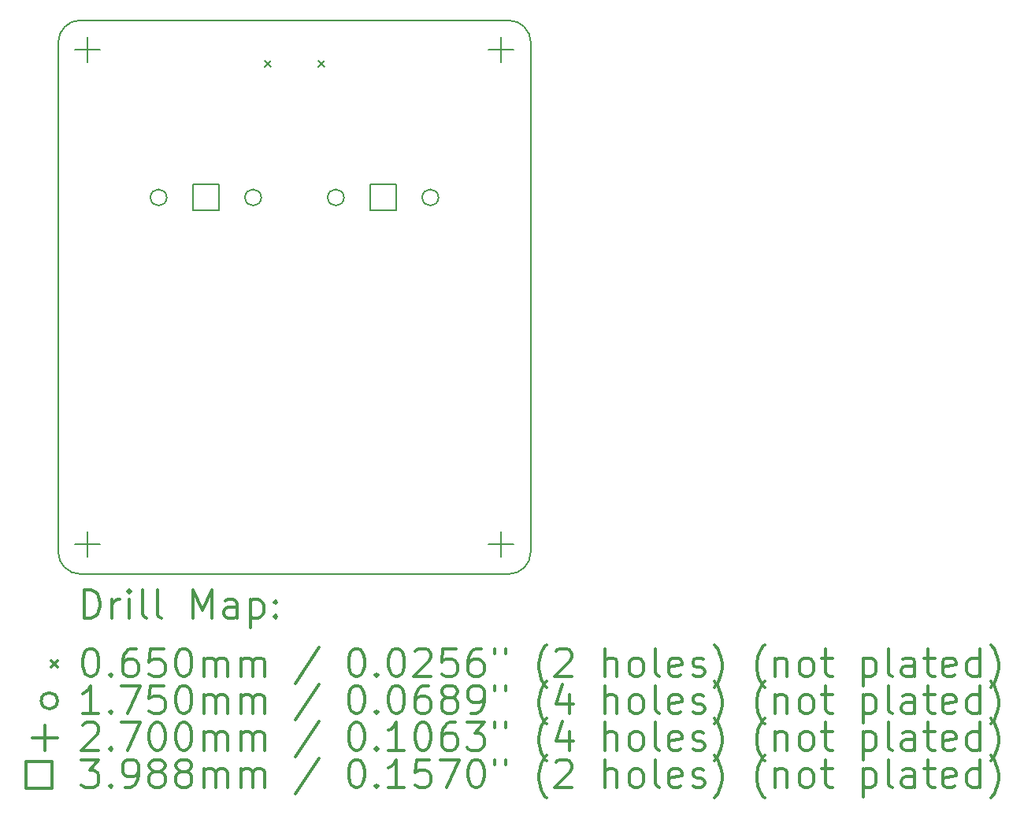
<source format=gbr>
%FSLAX45Y45*%
G04 Gerber Fmt 4.5, Leading zero omitted, Abs format (unit mm)*
G04 Created by KiCad (PCBNEW (5.1.10)-1) date 2021-06-04 02:47:10*
%MOMM*%
%LPD*%
G01*
G04 APERTURE LIST*
%TA.AperFunction,Profile*%
%ADD10C,0.150000*%
%TD*%
%ADD11C,0.200000*%
%ADD12C,0.300000*%
G04 APERTURE END LIST*
D10*
X11588750Y-9525000D02*
X11588750Y-4048125D01*
X6508750Y-4048125D02*
X6508750Y-9525000D01*
X11350625Y-9763125D02*
X6746875Y-9763125D01*
X11588750Y-9525000D02*
G75*
G02*
X11350625Y-9763125I-238125J0D01*
G01*
X6746875Y-9763125D02*
G75*
G02*
X6508750Y-9525000I0J238125D01*
G01*
X11350625Y-3810000D02*
X6746875Y-3810000D01*
X6508750Y-4048125D02*
G75*
G02*
X6746875Y-3810000I238125J0D01*
G01*
X11350625Y-3810000D02*
G75*
G02*
X11588750Y-4048125I0J-238125D01*
G01*
D11*
X8727250Y-4243750D02*
X8792250Y-4308750D01*
X8792250Y-4243750D02*
X8727250Y-4308750D01*
X9305250Y-4243750D02*
X9370250Y-4308750D01*
X9370250Y-4243750D02*
X9305250Y-4308750D01*
X7675750Y-5715000D02*
G75*
G03*
X7675750Y-5715000I-87500J0D01*
G01*
X8691750Y-5715000D02*
G75*
G03*
X8691750Y-5715000I-87500J0D01*
G01*
X9580750Y-5715000D02*
G75*
G03*
X9580750Y-5715000I-87500J0D01*
G01*
X10596750Y-5715000D02*
G75*
G03*
X10596750Y-5715000I-87500J0D01*
G01*
X6826250Y-3992500D02*
X6826250Y-4262500D01*
X6691250Y-4127500D02*
X6961250Y-4127500D01*
X6826250Y-9310625D02*
X6826250Y-9580625D01*
X6691250Y-9445625D02*
X6961250Y-9445625D01*
X11271250Y-3992500D02*
X11271250Y-4262500D01*
X11136250Y-4127500D02*
X11406250Y-4127500D01*
X11271250Y-9310625D02*
X11271250Y-9580625D01*
X11136250Y-9445625D02*
X11406250Y-9445625D01*
X8237241Y-5855991D02*
X8237241Y-5574009D01*
X7955259Y-5574009D01*
X7955259Y-5855991D01*
X8237241Y-5855991D01*
X10142241Y-5855991D02*
X10142241Y-5574009D01*
X9860259Y-5574009D01*
X9860259Y-5855991D01*
X10142241Y-5855991D01*
D12*
X6787678Y-10236339D02*
X6787678Y-9936339D01*
X6859107Y-9936339D01*
X6901964Y-9950625D01*
X6930536Y-9979197D01*
X6944821Y-10007768D01*
X6959107Y-10064911D01*
X6959107Y-10107768D01*
X6944821Y-10164911D01*
X6930536Y-10193482D01*
X6901964Y-10222054D01*
X6859107Y-10236339D01*
X6787678Y-10236339D01*
X7087678Y-10236339D02*
X7087678Y-10036339D01*
X7087678Y-10093482D02*
X7101964Y-10064911D01*
X7116250Y-10050625D01*
X7144821Y-10036339D01*
X7173393Y-10036339D01*
X7273393Y-10236339D02*
X7273393Y-10036339D01*
X7273393Y-9936339D02*
X7259107Y-9950625D01*
X7273393Y-9964911D01*
X7287678Y-9950625D01*
X7273393Y-9936339D01*
X7273393Y-9964911D01*
X7459107Y-10236339D02*
X7430536Y-10222054D01*
X7416250Y-10193482D01*
X7416250Y-9936339D01*
X7616250Y-10236339D02*
X7587678Y-10222054D01*
X7573393Y-10193482D01*
X7573393Y-9936339D01*
X7959107Y-10236339D02*
X7959107Y-9936339D01*
X8059107Y-10150625D01*
X8159107Y-9936339D01*
X8159107Y-10236339D01*
X8430536Y-10236339D02*
X8430536Y-10079197D01*
X8416250Y-10050625D01*
X8387678Y-10036339D01*
X8330536Y-10036339D01*
X8301964Y-10050625D01*
X8430536Y-10222054D02*
X8401964Y-10236339D01*
X8330536Y-10236339D01*
X8301964Y-10222054D01*
X8287678Y-10193482D01*
X8287678Y-10164911D01*
X8301964Y-10136339D01*
X8330536Y-10122054D01*
X8401964Y-10122054D01*
X8430536Y-10107768D01*
X8573393Y-10036339D02*
X8573393Y-10336339D01*
X8573393Y-10050625D02*
X8601964Y-10036339D01*
X8659107Y-10036339D01*
X8687678Y-10050625D01*
X8701964Y-10064911D01*
X8716250Y-10093482D01*
X8716250Y-10179197D01*
X8701964Y-10207768D01*
X8687678Y-10222054D01*
X8659107Y-10236339D01*
X8601964Y-10236339D01*
X8573393Y-10222054D01*
X8844821Y-10207768D02*
X8859107Y-10222054D01*
X8844821Y-10236339D01*
X8830536Y-10222054D01*
X8844821Y-10207768D01*
X8844821Y-10236339D01*
X8844821Y-10050625D02*
X8859107Y-10064911D01*
X8844821Y-10079197D01*
X8830536Y-10064911D01*
X8844821Y-10050625D01*
X8844821Y-10079197D01*
X6436250Y-10698125D02*
X6501250Y-10763125D01*
X6501250Y-10698125D02*
X6436250Y-10763125D01*
X6844821Y-10566339D02*
X6873393Y-10566339D01*
X6901964Y-10580625D01*
X6916250Y-10594911D01*
X6930536Y-10623482D01*
X6944821Y-10680625D01*
X6944821Y-10752054D01*
X6930536Y-10809197D01*
X6916250Y-10837768D01*
X6901964Y-10852054D01*
X6873393Y-10866339D01*
X6844821Y-10866339D01*
X6816250Y-10852054D01*
X6801964Y-10837768D01*
X6787678Y-10809197D01*
X6773393Y-10752054D01*
X6773393Y-10680625D01*
X6787678Y-10623482D01*
X6801964Y-10594911D01*
X6816250Y-10580625D01*
X6844821Y-10566339D01*
X7073393Y-10837768D02*
X7087678Y-10852054D01*
X7073393Y-10866339D01*
X7059107Y-10852054D01*
X7073393Y-10837768D01*
X7073393Y-10866339D01*
X7344821Y-10566339D02*
X7287678Y-10566339D01*
X7259107Y-10580625D01*
X7244821Y-10594911D01*
X7216250Y-10637768D01*
X7201964Y-10694911D01*
X7201964Y-10809197D01*
X7216250Y-10837768D01*
X7230536Y-10852054D01*
X7259107Y-10866339D01*
X7316250Y-10866339D01*
X7344821Y-10852054D01*
X7359107Y-10837768D01*
X7373393Y-10809197D01*
X7373393Y-10737768D01*
X7359107Y-10709197D01*
X7344821Y-10694911D01*
X7316250Y-10680625D01*
X7259107Y-10680625D01*
X7230536Y-10694911D01*
X7216250Y-10709197D01*
X7201964Y-10737768D01*
X7644821Y-10566339D02*
X7501964Y-10566339D01*
X7487678Y-10709197D01*
X7501964Y-10694911D01*
X7530536Y-10680625D01*
X7601964Y-10680625D01*
X7630536Y-10694911D01*
X7644821Y-10709197D01*
X7659107Y-10737768D01*
X7659107Y-10809197D01*
X7644821Y-10837768D01*
X7630536Y-10852054D01*
X7601964Y-10866339D01*
X7530536Y-10866339D01*
X7501964Y-10852054D01*
X7487678Y-10837768D01*
X7844821Y-10566339D02*
X7873393Y-10566339D01*
X7901964Y-10580625D01*
X7916250Y-10594911D01*
X7930536Y-10623482D01*
X7944821Y-10680625D01*
X7944821Y-10752054D01*
X7930536Y-10809197D01*
X7916250Y-10837768D01*
X7901964Y-10852054D01*
X7873393Y-10866339D01*
X7844821Y-10866339D01*
X7816250Y-10852054D01*
X7801964Y-10837768D01*
X7787678Y-10809197D01*
X7773393Y-10752054D01*
X7773393Y-10680625D01*
X7787678Y-10623482D01*
X7801964Y-10594911D01*
X7816250Y-10580625D01*
X7844821Y-10566339D01*
X8073393Y-10866339D02*
X8073393Y-10666339D01*
X8073393Y-10694911D02*
X8087678Y-10680625D01*
X8116250Y-10666339D01*
X8159107Y-10666339D01*
X8187678Y-10680625D01*
X8201964Y-10709197D01*
X8201964Y-10866339D01*
X8201964Y-10709197D02*
X8216250Y-10680625D01*
X8244821Y-10666339D01*
X8287678Y-10666339D01*
X8316250Y-10680625D01*
X8330536Y-10709197D01*
X8330536Y-10866339D01*
X8473393Y-10866339D02*
X8473393Y-10666339D01*
X8473393Y-10694911D02*
X8487678Y-10680625D01*
X8516250Y-10666339D01*
X8559107Y-10666339D01*
X8587678Y-10680625D01*
X8601964Y-10709197D01*
X8601964Y-10866339D01*
X8601964Y-10709197D02*
X8616250Y-10680625D01*
X8644821Y-10666339D01*
X8687678Y-10666339D01*
X8716250Y-10680625D01*
X8730536Y-10709197D01*
X8730536Y-10866339D01*
X9316250Y-10552054D02*
X9059107Y-10937768D01*
X9701964Y-10566339D02*
X9730536Y-10566339D01*
X9759107Y-10580625D01*
X9773393Y-10594911D01*
X9787678Y-10623482D01*
X9801964Y-10680625D01*
X9801964Y-10752054D01*
X9787678Y-10809197D01*
X9773393Y-10837768D01*
X9759107Y-10852054D01*
X9730536Y-10866339D01*
X9701964Y-10866339D01*
X9673393Y-10852054D01*
X9659107Y-10837768D01*
X9644821Y-10809197D01*
X9630536Y-10752054D01*
X9630536Y-10680625D01*
X9644821Y-10623482D01*
X9659107Y-10594911D01*
X9673393Y-10580625D01*
X9701964Y-10566339D01*
X9930536Y-10837768D02*
X9944821Y-10852054D01*
X9930536Y-10866339D01*
X9916250Y-10852054D01*
X9930536Y-10837768D01*
X9930536Y-10866339D01*
X10130536Y-10566339D02*
X10159107Y-10566339D01*
X10187678Y-10580625D01*
X10201964Y-10594911D01*
X10216250Y-10623482D01*
X10230536Y-10680625D01*
X10230536Y-10752054D01*
X10216250Y-10809197D01*
X10201964Y-10837768D01*
X10187678Y-10852054D01*
X10159107Y-10866339D01*
X10130536Y-10866339D01*
X10101964Y-10852054D01*
X10087678Y-10837768D01*
X10073393Y-10809197D01*
X10059107Y-10752054D01*
X10059107Y-10680625D01*
X10073393Y-10623482D01*
X10087678Y-10594911D01*
X10101964Y-10580625D01*
X10130536Y-10566339D01*
X10344821Y-10594911D02*
X10359107Y-10580625D01*
X10387678Y-10566339D01*
X10459107Y-10566339D01*
X10487678Y-10580625D01*
X10501964Y-10594911D01*
X10516250Y-10623482D01*
X10516250Y-10652054D01*
X10501964Y-10694911D01*
X10330536Y-10866339D01*
X10516250Y-10866339D01*
X10787678Y-10566339D02*
X10644821Y-10566339D01*
X10630536Y-10709197D01*
X10644821Y-10694911D01*
X10673393Y-10680625D01*
X10744821Y-10680625D01*
X10773393Y-10694911D01*
X10787678Y-10709197D01*
X10801964Y-10737768D01*
X10801964Y-10809197D01*
X10787678Y-10837768D01*
X10773393Y-10852054D01*
X10744821Y-10866339D01*
X10673393Y-10866339D01*
X10644821Y-10852054D01*
X10630536Y-10837768D01*
X11059107Y-10566339D02*
X11001964Y-10566339D01*
X10973393Y-10580625D01*
X10959107Y-10594911D01*
X10930536Y-10637768D01*
X10916250Y-10694911D01*
X10916250Y-10809197D01*
X10930536Y-10837768D01*
X10944821Y-10852054D01*
X10973393Y-10866339D01*
X11030536Y-10866339D01*
X11059107Y-10852054D01*
X11073393Y-10837768D01*
X11087678Y-10809197D01*
X11087678Y-10737768D01*
X11073393Y-10709197D01*
X11059107Y-10694911D01*
X11030536Y-10680625D01*
X10973393Y-10680625D01*
X10944821Y-10694911D01*
X10930536Y-10709197D01*
X10916250Y-10737768D01*
X11201964Y-10566339D02*
X11201964Y-10623482D01*
X11316250Y-10566339D02*
X11316250Y-10623482D01*
X11759107Y-10980625D02*
X11744821Y-10966339D01*
X11716250Y-10923482D01*
X11701964Y-10894911D01*
X11687678Y-10852054D01*
X11673393Y-10780625D01*
X11673393Y-10723482D01*
X11687678Y-10652054D01*
X11701964Y-10609197D01*
X11716250Y-10580625D01*
X11744821Y-10537768D01*
X11759107Y-10523482D01*
X11859107Y-10594911D02*
X11873393Y-10580625D01*
X11901964Y-10566339D01*
X11973393Y-10566339D01*
X12001964Y-10580625D01*
X12016250Y-10594911D01*
X12030536Y-10623482D01*
X12030536Y-10652054D01*
X12016250Y-10694911D01*
X11844821Y-10866339D01*
X12030536Y-10866339D01*
X12387678Y-10866339D02*
X12387678Y-10566339D01*
X12516250Y-10866339D02*
X12516250Y-10709197D01*
X12501964Y-10680625D01*
X12473393Y-10666339D01*
X12430536Y-10666339D01*
X12401964Y-10680625D01*
X12387678Y-10694911D01*
X12701964Y-10866339D02*
X12673393Y-10852054D01*
X12659107Y-10837768D01*
X12644821Y-10809197D01*
X12644821Y-10723482D01*
X12659107Y-10694911D01*
X12673393Y-10680625D01*
X12701964Y-10666339D01*
X12744821Y-10666339D01*
X12773393Y-10680625D01*
X12787678Y-10694911D01*
X12801964Y-10723482D01*
X12801964Y-10809197D01*
X12787678Y-10837768D01*
X12773393Y-10852054D01*
X12744821Y-10866339D01*
X12701964Y-10866339D01*
X12973393Y-10866339D02*
X12944821Y-10852054D01*
X12930536Y-10823482D01*
X12930536Y-10566339D01*
X13201964Y-10852054D02*
X13173393Y-10866339D01*
X13116250Y-10866339D01*
X13087678Y-10852054D01*
X13073393Y-10823482D01*
X13073393Y-10709197D01*
X13087678Y-10680625D01*
X13116250Y-10666339D01*
X13173393Y-10666339D01*
X13201964Y-10680625D01*
X13216250Y-10709197D01*
X13216250Y-10737768D01*
X13073393Y-10766339D01*
X13330536Y-10852054D02*
X13359107Y-10866339D01*
X13416250Y-10866339D01*
X13444821Y-10852054D01*
X13459107Y-10823482D01*
X13459107Y-10809197D01*
X13444821Y-10780625D01*
X13416250Y-10766339D01*
X13373393Y-10766339D01*
X13344821Y-10752054D01*
X13330536Y-10723482D01*
X13330536Y-10709197D01*
X13344821Y-10680625D01*
X13373393Y-10666339D01*
X13416250Y-10666339D01*
X13444821Y-10680625D01*
X13559107Y-10980625D02*
X13573393Y-10966339D01*
X13601964Y-10923482D01*
X13616250Y-10894911D01*
X13630536Y-10852054D01*
X13644821Y-10780625D01*
X13644821Y-10723482D01*
X13630536Y-10652054D01*
X13616250Y-10609197D01*
X13601964Y-10580625D01*
X13573393Y-10537768D01*
X13559107Y-10523482D01*
X14101964Y-10980625D02*
X14087678Y-10966339D01*
X14059107Y-10923482D01*
X14044821Y-10894911D01*
X14030536Y-10852054D01*
X14016250Y-10780625D01*
X14016250Y-10723482D01*
X14030536Y-10652054D01*
X14044821Y-10609197D01*
X14059107Y-10580625D01*
X14087678Y-10537768D01*
X14101964Y-10523482D01*
X14216250Y-10666339D02*
X14216250Y-10866339D01*
X14216250Y-10694911D02*
X14230536Y-10680625D01*
X14259107Y-10666339D01*
X14301964Y-10666339D01*
X14330536Y-10680625D01*
X14344821Y-10709197D01*
X14344821Y-10866339D01*
X14530536Y-10866339D02*
X14501964Y-10852054D01*
X14487678Y-10837768D01*
X14473393Y-10809197D01*
X14473393Y-10723482D01*
X14487678Y-10694911D01*
X14501964Y-10680625D01*
X14530536Y-10666339D01*
X14573393Y-10666339D01*
X14601964Y-10680625D01*
X14616250Y-10694911D01*
X14630536Y-10723482D01*
X14630536Y-10809197D01*
X14616250Y-10837768D01*
X14601964Y-10852054D01*
X14573393Y-10866339D01*
X14530536Y-10866339D01*
X14716250Y-10666339D02*
X14830536Y-10666339D01*
X14759107Y-10566339D02*
X14759107Y-10823482D01*
X14773393Y-10852054D01*
X14801964Y-10866339D01*
X14830536Y-10866339D01*
X15159107Y-10666339D02*
X15159107Y-10966339D01*
X15159107Y-10680625D02*
X15187678Y-10666339D01*
X15244821Y-10666339D01*
X15273393Y-10680625D01*
X15287678Y-10694911D01*
X15301964Y-10723482D01*
X15301964Y-10809197D01*
X15287678Y-10837768D01*
X15273393Y-10852054D01*
X15244821Y-10866339D01*
X15187678Y-10866339D01*
X15159107Y-10852054D01*
X15473393Y-10866339D02*
X15444821Y-10852054D01*
X15430536Y-10823482D01*
X15430536Y-10566339D01*
X15716250Y-10866339D02*
X15716250Y-10709197D01*
X15701964Y-10680625D01*
X15673393Y-10666339D01*
X15616250Y-10666339D01*
X15587678Y-10680625D01*
X15716250Y-10852054D02*
X15687678Y-10866339D01*
X15616250Y-10866339D01*
X15587678Y-10852054D01*
X15573393Y-10823482D01*
X15573393Y-10794911D01*
X15587678Y-10766339D01*
X15616250Y-10752054D01*
X15687678Y-10752054D01*
X15716250Y-10737768D01*
X15816250Y-10666339D02*
X15930536Y-10666339D01*
X15859107Y-10566339D02*
X15859107Y-10823482D01*
X15873393Y-10852054D01*
X15901964Y-10866339D01*
X15930536Y-10866339D01*
X16144821Y-10852054D02*
X16116250Y-10866339D01*
X16059107Y-10866339D01*
X16030536Y-10852054D01*
X16016250Y-10823482D01*
X16016250Y-10709197D01*
X16030536Y-10680625D01*
X16059107Y-10666339D01*
X16116250Y-10666339D01*
X16144821Y-10680625D01*
X16159107Y-10709197D01*
X16159107Y-10737768D01*
X16016250Y-10766339D01*
X16416250Y-10866339D02*
X16416250Y-10566339D01*
X16416250Y-10852054D02*
X16387678Y-10866339D01*
X16330536Y-10866339D01*
X16301964Y-10852054D01*
X16287678Y-10837768D01*
X16273393Y-10809197D01*
X16273393Y-10723482D01*
X16287678Y-10694911D01*
X16301964Y-10680625D01*
X16330536Y-10666339D01*
X16387678Y-10666339D01*
X16416250Y-10680625D01*
X16530536Y-10980625D02*
X16544821Y-10966339D01*
X16573393Y-10923482D01*
X16587678Y-10894911D01*
X16601964Y-10852054D01*
X16616250Y-10780625D01*
X16616250Y-10723482D01*
X16601964Y-10652054D01*
X16587678Y-10609197D01*
X16573393Y-10580625D01*
X16544821Y-10537768D01*
X16530536Y-10523482D01*
X6501250Y-11126625D02*
G75*
G03*
X6501250Y-11126625I-87500J0D01*
G01*
X6944821Y-11262339D02*
X6773393Y-11262339D01*
X6859107Y-11262339D02*
X6859107Y-10962339D01*
X6830536Y-11005197D01*
X6801964Y-11033768D01*
X6773393Y-11048054D01*
X7073393Y-11233768D02*
X7087678Y-11248054D01*
X7073393Y-11262339D01*
X7059107Y-11248054D01*
X7073393Y-11233768D01*
X7073393Y-11262339D01*
X7187678Y-10962339D02*
X7387678Y-10962339D01*
X7259107Y-11262339D01*
X7644821Y-10962339D02*
X7501964Y-10962339D01*
X7487678Y-11105197D01*
X7501964Y-11090911D01*
X7530536Y-11076625D01*
X7601964Y-11076625D01*
X7630536Y-11090911D01*
X7644821Y-11105197D01*
X7659107Y-11133768D01*
X7659107Y-11205196D01*
X7644821Y-11233768D01*
X7630536Y-11248054D01*
X7601964Y-11262339D01*
X7530536Y-11262339D01*
X7501964Y-11248054D01*
X7487678Y-11233768D01*
X7844821Y-10962339D02*
X7873393Y-10962339D01*
X7901964Y-10976625D01*
X7916250Y-10990911D01*
X7930536Y-11019482D01*
X7944821Y-11076625D01*
X7944821Y-11148054D01*
X7930536Y-11205196D01*
X7916250Y-11233768D01*
X7901964Y-11248054D01*
X7873393Y-11262339D01*
X7844821Y-11262339D01*
X7816250Y-11248054D01*
X7801964Y-11233768D01*
X7787678Y-11205196D01*
X7773393Y-11148054D01*
X7773393Y-11076625D01*
X7787678Y-11019482D01*
X7801964Y-10990911D01*
X7816250Y-10976625D01*
X7844821Y-10962339D01*
X8073393Y-11262339D02*
X8073393Y-11062339D01*
X8073393Y-11090911D02*
X8087678Y-11076625D01*
X8116250Y-11062339D01*
X8159107Y-11062339D01*
X8187678Y-11076625D01*
X8201964Y-11105197D01*
X8201964Y-11262339D01*
X8201964Y-11105197D02*
X8216250Y-11076625D01*
X8244821Y-11062339D01*
X8287678Y-11062339D01*
X8316250Y-11076625D01*
X8330536Y-11105197D01*
X8330536Y-11262339D01*
X8473393Y-11262339D02*
X8473393Y-11062339D01*
X8473393Y-11090911D02*
X8487678Y-11076625D01*
X8516250Y-11062339D01*
X8559107Y-11062339D01*
X8587678Y-11076625D01*
X8601964Y-11105197D01*
X8601964Y-11262339D01*
X8601964Y-11105197D02*
X8616250Y-11076625D01*
X8644821Y-11062339D01*
X8687678Y-11062339D01*
X8716250Y-11076625D01*
X8730536Y-11105197D01*
X8730536Y-11262339D01*
X9316250Y-10948054D02*
X9059107Y-11333768D01*
X9701964Y-10962339D02*
X9730536Y-10962339D01*
X9759107Y-10976625D01*
X9773393Y-10990911D01*
X9787678Y-11019482D01*
X9801964Y-11076625D01*
X9801964Y-11148054D01*
X9787678Y-11205196D01*
X9773393Y-11233768D01*
X9759107Y-11248054D01*
X9730536Y-11262339D01*
X9701964Y-11262339D01*
X9673393Y-11248054D01*
X9659107Y-11233768D01*
X9644821Y-11205196D01*
X9630536Y-11148054D01*
X9630536Y-11076625D01*
X9644821Y-11019482D01*
X9659107Y-10990911D01*
X9673393Y-10976625D01*
X9701964Y-10962339D01*
X9930536Y-11233768D02*
X9944821Y-11248054D01*
X9930536Y-11262339D01*
X9916250Y-11248054D01*
X9930536Y-11233768D01*
X9930536Y-11262339D01*
X10130536Y-10962339D02*
X10159107Y-10962339D01*
X10187678Y-10976625D01*
X10201964Y-10990911D01*
X10216250Y-11019482D01*
X10230536Y-11076625D01*
X10230536Y-11148054D01*
X10216250Y-11205196D01*
X10201964Y-11233768D01*
X10187678Y-11248054D01*
X10159107Y-11262339D01*
X10130536Y-11262339D01*
X10101964Y-11248054D01*
X10087678Y-11233768D01*
X10073393Y-11205196D01*
X10059107Y-11148054D01*
X10059107Y-11076625D01*
X10073393Y-11019482D01*
X10087678Y-10990911D01*
X10101964Y-10976625D01*
X10130536Y-10962339D01*
X10487678Y-10962339D02*
X10430536Y-10962339D01*
X10401964Y-10976625D01*
X10387678Y-10990911D01*
X10359107Y-11033768D01*
X10344821Y-11090911D01*
X10344821Y-11205196D01*
X10359107Y-11233768D01*
X10373393Y-11248054D01*
X10401964Y-11262339D01*
X10459107Y-11262339D01*
X10487678Y-11248054D01*
X10501964Y-11233768D01*
X10516250Y-11205196D01*
X10516250Y-11133768D01*
X10501964Y-11105197D01*
X10487678Y-11090911D01*
X10459107Y-11076625D01*
X10401964Y-11076625D01*
X10373393Y-11090911D01*
X10359107Y-11105197D01*
X10344821Y-11133768D01*
X10687678Y-11090911D02*
X10659107Y-11076625D01*
X10644821Y-11062339D01*
X10630536Y-11033768D01*
X10630536Y-11019482D01*
X10644821Y-10990911D01*
X10659107Y-10976625D01*
X10687678Y-10962339D01*
X10744821Y-10962339D01*
X10773393Y-10976625D01*
X10787678Y-10990911D01*
X10801964Y-11019482D01*
X10801964Y-11033768D01*
X10787678Y-11062339D01*
X10773393Y-11076625D01*
X10744821Y-11090911D01*
X10687678Y-11090911D01*
X10659107Y-11105197D01*
X10644821Y-11119482D01*
X10630536Y-11148054D01*
X10630536Y-11205196D01*
X10644821Y-11233768D01*
X10659107Y-11248054D01*
X10687678Y-11262339D01*
X10744821Y-11262339D01*
X10773393Y-11248054D01*
X10787678Y-11233768D01*
X10801964Y-11205196D01*
X10801964Y-11148054D01*
X10787678Y-11119482D01*
X10773393Y-11105197D01*
X10744821Y-11090911D01*
X10944821Y-11262339D02*
X11001964Y-11262339D01*
X11030536Y-11248054D01*
X11044821Y-11233768D01*
X11073393Y-11190911D01*
X11087678Y-11133768D01*
X11087678Y-11019482D01*
X11073393Y-10990911D01*
X11059107Y-10976625D01*
X11030536Y-10962339D01*
X10973393Y-10962339D01*
X10944821Y-10976625D01*
X10930536Y-10990911D01*
X10916250Y-11019482D01*
X10916250Y-11090911D01*
X10930536Y-11119482D01*
X10944821Y-11133768D01*
X10973393Y-11148054D01*
X11030536Y-11148054D01*
X11059107Y-11133768D01*
X11073393Y-11119482D01*
X11087678Y-11090911D01*
X11201964Y-10962339D02*
X11201964Y-11019482D01*
X11316250Y-10962339D02*
X11316250Y-11019482D01*
X11759107Y-11376625D02*
X11744821Y-11362339D01*
X11716250Y-11319482D01*
X11701964Y-11290911D01*
X11687678Y-11248054D01*
X11673393Y-11176625D01*
X11673393Y-11119482D01*
X11687678Y-11048054D01*
X11701964Y-11005197D01*
X11716250Y-10976625D01*
X11744821Y-10933768D01*
X11759107Y-10919482D01*
X12001964Y-11062339D02*
X12001964Y-11262339D01*
X11930536Y-10948054D02*
X11859107Y-11162339D01*
X12044821Y-11162339D01*
X12387678Y-11262339D02*
X12387678Y-10962339D01*
X12516250Y-11262339D02*
X12516250Y-11105197D01*
X12501964Y-11076625D01*
X12473393Y-11062339D01*
X12430536Y-11062339D01*
X12401964Y-11076625D01*
X12387678Y-11090911D01*
X12701964Y-11262339D02*
X12673393Y-11248054D01*
X12659107Y-11233768D01*
X12644821Y-11205196D01*
X12644821Y-11119482D01*
X12659107Y-11090911D01*
X12673393Y-11076625D01*
X12701964Y-11062339D01*
X12744821Y-11062339D01*
X12773393Y-11076625D01*
X12787678Y-11090911D01*
X12801964Y-11119482D01*
X12801964Y-11205196D01*
X12787678Y-11233768D01*
X12773393Y-11248054D01*
X12744821Y-11262339D01*
X12701964Y-11262339D01*
X12973393Y-11262339D02*
X12944821Y-11248054D01*
X12930536Y-11219482D01*
X12930536Y-10962339D01*
X13201964Y-11248054D02*
X13173393Y-11262339D01*
X13116250Y-11262339D01*
X13087678Y-11248054D01*
X13073393Y-11219482D01*
X13073393Y-11105197D01*
X13087678Y-11076625D01*
X13116250Y-11062339D01*
X13173393Y-11062339D01*
X13201964Y-11076625D01*
X13216250Y-11105197D01*
X13216250Y-11133768D01*
X13073393Y-11162339D01*
X13330536Y-11248054D02*
X13359107Y-11262339D01*
X13416250Y-11262339D01*
X13444821Y-11248054D01*
X13459107Y-11219482D01*
X13459107Y-11205196D01*
X13444821Y-11176625D01*
X13416250Y-11162339D01*
X13373393Y-11162339D01*
X13344821Y-11148054D01*
X13330536Y-11119482D01*
X13330536Y-11105197D01*
X13344821Y-11076625D01*
X13373393Y-11062339D01*
X13416250Y-11062339D01*
X13444821Y-11076625D01*
X13559107Y-11376625D02*
X13573393Y-11362339D01*
X13601964Y-11319482D01*
X13616250Y-11290911D01*
X13630536Y-11248054D01*
X13644821Y-11176625D01*
X13644821Y-11119482D01*
X13630536Y-11048054D01*
X13616250Y-11005197D01*
X13601964Y-10976625D01*
X13573393Y-10933768D01*
X13559107Y-10919482D01*
X14101964Y-11376625D02*
X14087678Y-11362339D01*
X14059107Y-11319482D01*
X14044821Y-11290911D01*
X14030536Y-11248054D01*
X14016250Y-11176625D01*
X14016250Y-11119482D01*
X14030536Y-11048054D01*
X14044821Y-11005197D01*
X14059107Y-10976625D01*
X14087678Y-10933768D01*
X14101964Y-10919482D01*
X14216250Y-11062339D02*
X14216250Y-11262339D01*
X14216250Y-11090911D02*
X14230536Y-11076625D01*
X14259107Y-11062339D01*
X14301964Y-11062339D01*
X14330536Y-11076625D01*
X14344821Y-11105197D01*
X14344821Y-11262339D01*
X14530536Y-11262339D02*
X14501964Y-11248054D01*
X14487678Y-11233768D01*
X14473393Y-11205196D01*
X14473393Y-11119482D01*
X14487678Y-11090911D01*
X14501964Y-11076625D01*
X14530536Y-11062339D01*
X14573393Y-11062339D01*
X14601964Y-11076625D01*
X14616250Y-11090911D01*
X14630536Y-11119482D01*
X14630536Y-11205196D01*
X14616250Y-11233768D01*
X14601964Y-11248054D01*
X14573393Y-11262339D01*
X14530536Y-11262339D01*
X14716250Y-11062339D02*
X14830536Y-11062339D01*
X14759107Y-10962339D02*
X14759107Y-11219482D01*
X14773393Y-11248054D01*
X14801964Y-11262339D01*
X14830536Y-11262339D01*
X15159107Y-11062339D02*
X15159107Y-11362339D01*
X15159107Y-11076625D02*
X15187678Y-11062339D01*
X15244821Y-11062339D01*
X15273393Y-11076625D01*
X15287678Y-11090911D01*
X15301964Y-11119482D01*
X15301964Y-11205196D01*
X15287678Y-11233768D01*
X15273393Y-11248054D01*
X15244821Y-11262339D01*
X15187678Y-11262339D01*
X15159107Y-11248054D01*
X15473393Y-11262339D02*
X15444821Y-11248054D01*
X15430536Y-11219482D01*
X15430536Y-10962339D01*
X15716250Y-11262339D02*
X15716250Y-11105197D01*
X15701964Y-11076625D01*
X15673393Y-11062339D01*
X15616250Y-11062339D01*
X15587678Y-11076625D01*
X15716250Y-11248054D02*
X15687678Y-11262339D01*
X15616250Y-11262339D01*
X15587678Y-11248054D01*
X15573393Y-11219482D01*
X15573393Y-11190911D01*
X15587678Y-11162339D01*
X15616250Y-11148054D01*
X15687678Y-11148054D01*
X15716250Y-11133768D01*
X15816250Y-11062339D02*
X15930536Y-11062339D01*
X15859107Y-10962339D02*
X15859107Y-11219482D01*
X15873393Y-11248054D01*
X15901964Y-11262339D01*
X15930536Y-11262339D01*
X16144821Y-11248054D02*
X16116250Y-11262339D01*
X16059107Y-11262339D01*
X16030536Y-11248054D01*
X16016250Y-11219482D01*
X16016250Y-11105197D01*
X16030536Y-11076625D01*
X16059107Y-11062339D01*
X16116250Y-11062339D01*
X16144821Y-11076625D01*
X16159107Y-11105197D01*
X16159107Y-11133768D01*
X16016250Y-11162339D01*
X16416250Y-11262339D02*
X16416250Y-10962339D01*
X16416250Y-11248054D02*
X16387678Y-11262339D01*
X16330536Y-11262339D01*
X16301964Y-11248054D01*
X16287678Y-11233768D01*
X16273393Y-11205196D01*
X16273393Y-11119482D01*
X16287678Y-11090911D01*
X16301964Y-11076625D01*
X16330536Y-11062339D01*
X16387678Y-11062339D01*
X16416250Y-11076625D01*
X16530536Y-11376625D02*
X16544821Y-11362339D01*
X16573393Y-11319482D01*
X16587678Y-11290911D01*
X16601964Y-11248054D01*
X16616250Y-11176625D01*
X16616250Y-11119482D01*
X16601964Y-11048054D01*
X16587678Y-11005197D01*
X16573393Y-10976625D01*
X16544821Y-10933768D01*
X16530536Y-10919482D01*
X6366250Y-11387625D02*
X6366250Y-11657625D01*
X6231250Y-11522625D02*
X6501250Y-11522625D01*
X6773393Y-11386911D02*
X6787678Y-11372625D01*
X6816250Y-11358339D01*
X6887678Y-11358339D01*
X6916250Y-11372625D01*
X6930536Y-11386911D01*
X6944821Y-11415482D01*
X6944821Y-11444054D01*
X6930536Y-11486911D01*
X6759107Y-11658339D01*
X6944821Y-11658339D01*
X7073393Y-11629768D02*
X7087678Y-11644054D01*
X7073393Y-11658339D01*
X7059107Y-11644054D01*
X7073393Y-11629768D01*
X7073393Y-11658339D01*
X7187678Y-11358339D02*
X7387678Y-11358339D01*
X7259107Y-11658339D01*
X7559107Y-11358339D02*
X7587678Y-11358339D01*
X7616250Y-11372625D01*
X7630536Y-11386911D01*
X7644821Y-11415482D01*
X7659107Y-11472625D01*
X7659107Y-11544054D01*
X7644821Y-11601196D01*
X7630536Y-11629768D01*
X7616250Y-11644054D01*
X7587678Y-11658339D01*
X7559107Y-11658339D01*
X7530536Y-11644054D01*
X7516250Y-11629768D01*
X7501964Y-11601196D01*
X7487678Y-11544054D01*
X7487678Y-11472625D01*
X7501964Y-11415482D01*
X7516250Y-11386911D01*
X7530536Y-11372625D01*
X7559107Y-11358339D01*
X7844821Y-11358339D02*
X7873393Y-11358339D01*
X7901964Y-11372625D01*
X7916250Y-11386911D01*
X7930536Y-11415482D01*
X7944821Y-11472625D01*
X7944821Y-11544054D01*
X7930536Y-11601196D01*
X7916250Y-11629768D01*
X7901964Y-11644054D01*
X7873393Y-11658339D01*
X7844821Y-11658339D01*
X7816250Y-11644054D01*
X7801964Y-11629768D01*
X7787678Y-11601196D01*
X7773393Y-11544054D01*
X7773393Y-11472625D01*
X7787678Y-11415482D01*
X7801964Y-11386911D01*
X7816250Y-11372625D01*
X7844821Y-11358339D01*
X8073393Y-11658339D02*
X8073393Y-11458339D01*
X8073393Y-11486911D02*
X8087678Y-11472625D01*
X8116250Y-11458339D01*
X8159107Y-11458339D01*
X8187678Y-11472625D01*
X8201964Y-11501196D01*
X8201964Y-11658339D01*
X8201964Y-11501196D02*
X8216250Y-11472625D01*
X8244821Y-11458339D01*
X8287678Y-11458339D01*
X8316250Y-11472625D01*
X8330536Y-11501196D01*
X8330536Y-11658339D01*
X8473393Y-11658339D02*
X8473393Y-11458339D01*
X8473393Y-11486911D02*
X8487678Y-11472625D01*
X8516250Y-11458339D01*
X8559107Y-11458339D01*
X8587678Y-11472625D01*
X8601964Y-11501196D01*
X8601964Y-11658339D01*
X8601964Y-11501196D02*
X8616250Y-11472625D01*
X8644821Y-11458339D01*
X8687678Y-11458339D01*
X8716250Y-11472625D01*
X8730536Y-11501196D01*
X8730536Y-11658339D01*
X9316250Y-11344054D02*
X9059107Y-11729768D01*
X9701964Y-11358339D02*
X9730536Y-11358339D01*
X9759107Y-11372625D01*
X9773393Y-11386911D01*
X9787678Y-11415482D01*
X9801964Y-11472625D01*
X9801964Y-11544054D01*
X9787678Y-11601196D01*
X9773393Y-11629768D01*
X9759107Y-11644054D01*
X9730536Y-11658339D01*
X9701964Y-11658339D01*
X9673393Y-11644054D01*
X9659107Y-11629768D01*
X9644821Y-11601196D01*
X9630536Y-11544054D01*
X9630536Y-11472625D01*
X9644821Y-11415482D01*
X9659107Y-11386911D01*
X9673393Y-11372625D01*
X9701964Y-11358339D01*
X9930536Y-11629768D02*
X9944821Y-11644054D01*
X9930536Y-11658339D01*
X9916250Y-11644054D01*
X9930536Y-11629768D01*
X9930536Y-11658339D01*
X10230536Y-11658339D02*
X10059107Y-11658339D01*
X10144821Y-11658339D02*
X10144821Y-11358339D01*
X10116250Y-11401196D01*
X10087678Y-11429768D01*
X10059107Y-11444054D01*
X10416250Y-11358339D02*
X10444821Y-11358339D01*
X10473393Y-11372625D01*
X10487678Y-11386911D01*
X10501964Y-11415482D01*
X10516250Y-11472625D01*
X10516250Y-11544054D01*
X10501964Y-11601196D01*
X10487678Y-11629768D01*
X10473393Y-11644054D01*
X10444821Y-11658339D01*
X10416250Y-11658339D01*
X10387678Y-11644054D01*
X10373393Y-11629768D01*
X10359107Y-11601196D01*
X10344821Y-11544054D01*
X10344821Y-11472625D01*
X10359107Y-11415482D01*
X10373393Y-11386911D01*
X10387678Y-11372625D01*
X10416250Y-11358339D01*
X10773393Y-11358339D02*
X10716250Y-11358339D01*
X10687678Y-11372625D01*
X10673393Y-11386911D01*
X10644821Y-11429768D01*
X10630536Y-11486911D01*
X10630536Y-11601196D01*
X10644821Y-11629768D01*
X10659107Y-11644054D01*
X10687678Y-11658339D01*
X10744821Y-11658339D01*
X10773393Y-11644054D01*
X10787678Y-11629768D01*
X10801964Y-11601196D01*
X10801964Y-11529768D01*
X10787678Y-11501196D01*
X10773393Y-11486911D01*
X10744821Y-11472625D01*
X10687678Y-11472625D01*
X10659107Y-11486911D01*
X10644821Y-11501196D01*
X10630536Y-11529768D01*
X10901964Y-11358339D02*
X11087678Y-11358339D01*
X10987678Y-11472625D01*
X11030536Y-11472625D01*
X11059107Y-11486911D01*
X11073393Y-11501196D01*
X11087678Y-11529768D01*
X11087678Y-11601196D01*
X11073393Y-11629768D01*
X11059107Y-11644054D01*
X11030536Y-11658339D01*
X10944821Y-11658339D01*
X10916250Y-11644054D01*
X10901964Y-11629768D01*
X11201964Y-11358339D02*
X11201964Y-11415482D01*
X11316250Y-11358339D02*
X11316250Y-11415482D01*
X11759107Y-11772625D02*
X11744821Y-11758339D01*
X11716250Y-11715482D01*
X11701964Y-11686911D01*
X11687678Y-11644054D01*
X11673393Y-11572625D01*
X11673393Y-11515482D01*
X11687678Y-11444054D01*
X11701964Y-11401196D01*
X11716250Y-11372625D01*
X11744821Y-11329768D01*
X11759107Y-11315482D01*
X12001964Y-11458339D02*
X12001964Y-11658339D01*
X11930536Y-11344054D02*
X11859107Y-11558339D01*
X12044821Y-11558339D01*
X12387678Y-11658339D02*
X12387678Y-11358339D01*
X12516250Y-11658339D02*
X12516250Y-11501196D01*
X12501964Y-11472625D01*
X12473393Y-11458339D01*
X12430536Y-11458339D01*
X12401964Y-11472625D01*
X12387678Y-11486911D01*
X12701964Y-11658339D02*
X12673393Y-11644054D01*
X12659107Y-11629768D01*
X12644821Y-11601196D01*
X12644821Y-11515482D01*
X12659107Y-11486911D01*
X12673393Y-11472625D01*
X12701964Y-11458339D01*
X12744821Y-11458339D01*
X12773393Y-11472625D01*
X12787678Y-11486911D01*
X12801964Y-11515482D01*
X12801964Y-11601196D01*
X12787678Y-11629768D01*
X12773393Y-11644054D01*
X12744821Y-11658339D01*
X12701964Y-11658339D01*
X12973393Y-11658339D02*
X12944821Y-11644054D01*
X12930536Y-11615482D01*
X12930536Y-11358339D01*
X13201964Y-11644054D02*
X13173393Y-11658339D01*
X13116250Y-11658339D01*
X13087678Y-11644054D01*
X13073393Y-11615482D01*
X13073393Y-11501196D01*
X13087678Y-11472625D01*
X13116250Y-11458339D01*
X13173393Y-11458339D01*
X13201964Y-11472625D01*
X13216250Y-11501196D01*
X13216250Y-11529768D01*
X13073393Y-11558339D01*
X13330536Y-11644054D02*
X13359107Y-11658339D01*
X13416250Y-11658339D01*
X13444821Y-11644054D01*
X13459107Y-11615482D01*
X13459107Y-11601196D01*
X13444821Y-11572625D01*
X13416250Y-11558339D01*
X13373393Y-11558339D01*
X13344821Y-11544054D01*
X13330536Y-11515482D01*
X13330536Y-11501196D01*
X13344821Y-11472625D01*
X13373393Y-11458339D01*
X13416250Y-11458339D01*
X13444821Y-11472625D01*
X13559107Y-11772625D02*
X13573393Y-11758339D01*
X13601964Y-11715482D01*
X13616250Y-11686911D01*
X13630536Y-11644054D01*
X13644821Y-11572625D01*
X13644821Y-11515482D01*
X13630536Y-11444054D01*
X13616250Y-11401196D01*
X13601964Y-11372625D01*
X13573393Y-11329768D01*
X13559107Y-11315482D01*
X14101964Y-11772625D02*
X14087678Y-11758339D01*
X14059107Y-11715482D01*
X14044821Y-11686911D01*
X14030536Y-11644054D01*
X14016250Y-11572625D01*
X14016250Y-11515482D01*
X14030536Y-11444054D01*
X14044821Y-11401196D01*
X14059107Y-11372625D01*
X14087678Y-11329768D01*
X14101964Y-11315482D01*
X14216250Y-11458339D02*
X14216250Y-11658339D01*
X14216250Y-11486911D02*
X14230536Y-11472625D01*
X14259107Y-11458339D01*
X14301964Y-11458339D01*
X14330536Y-11472625D01*
X14344821Y-11501196D01*
X14344821Y-11658339D01*
X14530536Y-11658339D02*
X14501964Y-11644054D01*
X14487678Y-11629768D01*
X14473393Y-11601196D01*
X14473393Y-11515482D01*
X14487678Y-11486911D01*
X14501964Y-11472625D01*
X14530536Y-11458339D01*
X14573393Y-11458339D01*
X14601964Y-11472625D01*
X14616250Y-11486911D01*
X14630536Y-11515482D01*
X14630536Y-11601196D01*
X14616250Y-11629768D01*
X14601964Y-11644054D01*
X14573393Y-11658339D01*
X14530536Y-11658339D01*
X14716250Y-11458339D02*
X14830536Y-11458339D01*
X14759107Y-11358339D02*
X14759107Y-11615482D01*
X14773393Y-11644054D01*
X14801964Y-11658339D01*
X14830536Y-11658339D01*
X15159107Y-11458339D02*
X15159107Y-11758339D01*
X15159107Y-11472625D02*
X15187678Y-11458339D01*
X15244821Y-11458339D01*
X15273393Y-11472625D01*
X15287678Y-11486911D01*
X15301964Y-11515482D01*
X15301964Y-11601196D01*
X15287678Y-11629768D01*
X15273393Y-11644054D01*
X15244821Y-11658339D01*
X15187678Y-11658339D01*
X15159107Y-11644054D01*
X15473393Y-11658339D02*
X15444821Y-11644054D01*
X15430536Y-11615482D01*
X15430536Y-11358339D01*
X15716250Y-11658339D02*
X15716250Y-11501196D01*
X15701964Y-11472625D01*
X15673393Y-11458339D01*
X15616250Y-11458339D01*
X15587678Y-11472625D01*
X15716250Y-11644054D02*
X15687678Y-11658339D01*
X15616250Y-11658339D01*
X15587678Y-11644054D01*
X15573393Y-11615482D01*
X15573393Y-11586911D01*
X15587678Y-11558339D01*
X15616250Y-11544054D01*
X15687678Y-11544054D01*
X15716250Y-11529768D01*
X15816250Y-11458339D02*
X15930536Y-11458339D01*
X15859107Y-11358339D02*
X15859107Y-11615482D01*
X15873393Y-11644054D01*
X15901964Y-11658339D01*
X15930536Y-11658339D01*
X16144821Y-11644054D02*
X16116250Y-11658339D01*
X16059107Y-11658339D01*
X16030536Y-11644054D01*
X16016250Y-11615482D01*
X16016250Y-11501196D01*
X16030536Y-11472625D01*
X16059107Y-11458339D01*
X16116250Y-11458339D01*
X16144821Y-11472625D01*
X16159107Y-11501196D01*
X16159107Y-11529768D01*
X16016250Y-11558339D01*
X16416250Y-11658339D02*
X16416250Y-11358339D01*
X16416250Y-11644054D02*
X16387678Y-11658339D01*
X16330536Y-11658339D01*
X16301964Y-11644054D01*
X16287678Y-11629768D01*
X16273393Y-11601196D01*
X16273393Y-11515482D01*
X16287678Y-11486911D01*
X16301964Y-11472625D01*
X16330536Y-11458339D01*
X16387678Y-11458339D01*
X16416250Y-11472625D01*
X16530536Y-11772625D02*
X16544821Y-11758339D01*
X16573393Y-11715482D01*
X16587678Y-11686911D01*
X16601964Y-11644054D01*
X16616250Y-11572625D01*
X16616250Y-11515482D01*
X16601964Y-11444054D01*
X16587678Y-11401196D01*
X16573393Y-11372625D01*
X16544821Y-11329768D01*
X16530536Y-11315482D01*
X6442851Y-12063616D02*
X6442851Y-11781634D01*
X6160868Y-11781634D01*
X6160868Y-12063616D01*
X6442851Y-12063616D01*
X6759107Y-11758339D02*
X6944821Y-11758339D01*
X6844821Y-11872625D01*
X6887678Y-11872625D01*
X6916250Y-11886911D01*
X6930536Y-11901196D01*
X6944821Y-11929768D01*
X6944821Y-12001196D01*
X6930536Y-12029768D01*
X6916250Y-12044054D01*
X6887678Y-12058339D01*
X6801964Y-12058339D01*
X6773393Y-12044054D01*
X6759107Y-12029768D01*
X7073393Y-12029768D02*
X7087678Y-12044054D01*
X7073393Y-12058339D01*
X7059107Y-12044054D01*
X7073393Y-12029768D01*
X7073393Y-12058339D01*
X7230536Y-12058339D02*
X7287678Y-12058339D01*
X7316250Y-12044054D01*
X7330536Y-12029768D01*
X7359107Y-11986911D01*
X7373393Y-11929768D01*
X7373393Y-11815482D01*
X7359107Y-11786911D01*
X7344821Y-11772625D01*
X7316250Y-11758339D01*
X7259107Y-11758339D01*
X7230536Y-11772625D01*
X7216250Y-11786911D01*
X7201964Y-11815482D01*
X7201964Y-11886911D01*
X7216250Y-11915482D01*
X7230536Y-11929768D01*
X7259107Y-11944054D01*
X7316250Y-11944054D01*
X7344821Y-11929768D01*
X7359107Y-11915482D01*
X7373393Y-11886911D01*
X7544821Y-11886911D02*
X7516250Y-11872625D01*
X7501964Y-11858339D01*
X7487678Y-11829768D01*
X7487678Y-11815482D01*
X7501964Y-11786911D01*
X7516250Y-11772625D01*
X7544821Y-11758339D01*
X7601964Y-11758339D01*
X7630536Y-11772625D01*
X7644821Y-11786911D01*
X7659107Y-11815482D01*
X7659107Y-11829768D01*
X7644821Y-11858339D01*
X7630536Y-11872625D01*
X7601964Y-11886911D01*
X7544821Y-11886911D01*
X7516250Y-11901196D01*
X7501964Y-11915482D01*
X7487678Y-11944054D01*
X7487678Y-12001196D01*
X7501964Y-12029768D01*
X7516250Y-12044054D01*
X7544821Y-12058339D01*
X7601964Y-12058339D01*
X7630536Y-12044054D01*
X7644821Y-12029768D01*
X7659107Y-12001196D01*
X7659107Y-11944054D01*
X7644821Y-11915482D01*
X7630536Y-11901196D01*
X7601964Y-11886911D01*
X7830536Y-11886911D02*
X7801964Y-11872625D01*
X7787678Y-11858339D01*
X7773393Y-11829768D01*
X7773393Y-11815482D01*
X7787678Y-11786911D01*
X7801964Y-11772625D01*
X7830536Y-11758339D01*
X7887678Y-11758339D01*
X7916250Y-11772625D01*
X7930536Y-11786911D01*
X7944821Y-11815482D01*
X7944821Y-11829768D01*
X7930536Y-11858339D01*
X7916250Y-11872625D01*
X7887678Y-11886911D01*
X7830536Y-11886911D01*
X7801964Y-11901196D01*
X7787678Y-11915482D01*
X7773393Y-11944054D01*
X7773393Y-12001196D01*
X7787678Y-12029768D01*
X7801964Y-12044054D01*
X7830536Y-12058339D01*
X7887678Y-12058339D01*
X7916250Y-12044054D01*
X7930536Y-12029768D01*
X7944821Y-12001196D01*
X7944821Y-11944054D01*
X7930536Y-11915482D01*
X7916250Y-11901196D01*
X7887678Y-11886911D01*
X8073393Y-12058339D02*
X8073393Y-11858339D01*
X8073393Y-11886911D02*
X8087678Y-11872625D01*
X8116250Y-11858339D01*
X8159107Y-11858339D01*
X8187678Y-11872625D01*
X8201964Y-11901196D01*
X8201964Y-12058339D01*
X8201964Y-11901196D02*
X8216250Y-11872625D01*
X8244821Y-11858339D01*
X8287678Y-11858339D01*
X8316250Y-11872625D01*
X8330536Y-11901196D01*
X8330536Y-12058339D01*
X8473393Y-12058339D02*
X8473393Y-11858339D01*
X8473393Y-11886911D02*
X8487678Y-11872625D01*
X8516250Y-11858339D01*
X8559107Y-11858339D01*
X8587678Y-11872625D01*
X8601964Y-11901196D01*
X8601964Y-12058339D01*
X8601964Y-11901196D02*
X8616250Y-11872625D01*
X8644821Y-11858339D01*
X8687678Y-11858339D01*
X8716250Y-11872625D01*
X8730536Y-11901196D01*
X8730536Y-12058339D01*
X9316250Y-11744054D02*
X9059107Y-12129768D01*
X9701964Y-11758339D02*
X9730536Y-11758339D01*
X9759107Y-11772625D01*
X9773393Y-11786911D01*
X9787678Y-11815482D01*
X9801964Y-11872625D01*
X9801964Y-11944054D01*
X9787678Y-12001196D01*
X9773393Y-12029768D01*
X9759107Y-12044054D01*
X9730536Y-12058339D01*
X9701964Y-12058339D01*
X9673393Y-12044054D01*
X9659107Y-12029768D01*
X9644821Y-12001196D01*
X9630536Y-11944054D01*
X9630536Y-11872625D01*
X9644821Y-11815482D01*
X9659107Y-11786911D01*
X9673393Y-11772625D01*
X9701964Y-11758339D01*
X9930536Y-12029768D02*
X9944821Y-12044054D01*
X9930536Y-12058339D01*
X9916250Y-12044054D01*
X9930536Y-12029768D01*
X9930536Y-12058339D01*
X10230536Y-12058339D02*
X10059107Y-12058339D01*
X10144821Y-12058339D02*
X10144821Y-11758339D01*
X10116250Y-11801196D01*
X10087678Y-11829768D01*
X10059107Y-11844054D01*
X10501964Y-11758339D02*
X10359107Y-11758339D01*
X10344821Y-11901196D01*
X10359107Y-11886911D01*
X10387678Y-11872625D01*
X10459107Y-11872625D01*
X10487678Y-11886911D01*
X10501964Y-11901196D01*
X10516250Y-11929768D01*
X10516250Y-12001196D01*
X10501964Y-12029768D01*
X10487678Y-12044054D01*
X10459107Y-12058339D01*
X10387678Y-12058339D01*
X10359107Y-12044054D01*
X10344821Y-12029768D01*
X10616250Y-11758339D02*
X10816250Y-11758339D01*
X10687678Y-12058339D01*
X10987678Y-11758339D02*
X11016250Y-11758339D01*
X11044821Y-11772625D01*
X11059107Y-11786911D01*
X11073393Y-11815482D01*
X11087678Y-11872625D01*
X11087678Y-11944054D01*
X11073393Y-12001196D01*
X11059107Y-12029768D01*
X11044821Y-12044054D01*
X11016250Y-12058339D01*
X10987678Y-12058339D01*
X10959107Y-12044054D01*
X10944821Y-12029768D01*
X10930536Y-12001196D01*
X10916250Y-11944054D01*
X10916250Y-11872625D01*
X10930536Y-11815482D01*
X10944821Y-11786911D01*
X10959107Y-11772625D01*
X10987678Y-11758339D01*
X11201964Y-11758339D02*
X11201964Y-11815482D01*
X11316250Y-11758339D02*
X11316250Y-11815482D01*
X11759107Y-12172625D02*
X11744821Y-12158339D01*
X11716250Y-12115482D01*
X11701964Y-12086911D01*
X11687678Y-12044054D01*
X11673393Y-11972625D01*
X11673393Y-11915482D01*
X11687678Y-11844054D01*
X11701964Y-11801196D01*
X11716250Y-11772625D01*
X11744821Y-11729768D01*
X11759107Y-11715482D01*
X11859107Y-11786911D02*
X11873393Y-11772625D01*
X11901964Y-11758339D01*
X11973393Y-11758339D01*
X12001964Y-11772625D01*
X12016250Y-11786911D01*
X12030536Y-11815482D01*
X12030536Y-11844054D01*
X12016250Y-11886911D01*
X11844821Y-12058339D01*
X12030536Y-12058339D01*
X12387678Y-12058339D02*
X12387678Y-11758339D01*
X12516250Y-12058339D02*
X12516250Y-11901196D01*
X12501964Y-11872625D01*
X12473393Y-11858339D01*
X12430536Y-11858339D01*
X12401964Y-11872625D01*
X12387678Y-11886911D01*
X12701964Y-12058339D02*
X12673393Y-12044054D01*
X12659107Y-12029768D01*
X12644821Y-12001196D01*
X12644821Y-11915482D01*
X12659107Y-11886911D01*
X12673393Y-11872625D01*
X12701964Y-11858339D01*
X12744821Y-11858339D01*
X12773393Y-11872625D01*
X12787678Y-11886911D01*
X12801964Y-11915482D01*
X12801964Y-12001196D01*
X12787678Y-12029768D01*
X12773393Y-12044054D01*
X12744821Y-12058339D01*
X12701964Y-12058339D01*
X12973393Y-12058339D02*
X12944821Y-12044054D01*
X12930536Y-12015482D01*
X12930536Y-11758339D01*
X13201964Y-12044054D02*
X13173393Y-12058339D01*
X13116250Y-12058339D01*
X13087678Y-12044054D01*
X13073393Y-12015482D01*
X13073393Y-11901196D01*
X13087678Y-11872625D01*
X13116250Y-11858339D01*
X13173393Y-11858339D01*
X13201964Y-11872625D01*
X13216250Y-11901196D01*
X13216250Y-11929768D01*
X13073393Y-11958339D01*
X13330536Y-12044054D02*
X13359107Y-12058339D01*
X13416250Y-12058339D01*
X13444821Y-12044054D01*
X13459107Y-12015482D01*
X13459107Y-12001196D01*
X13444821Y-11972625D01*
X13416250Y-11958339D01*
X13373393Y-11958339D01*
X13344821Y-11944054D01*
X13330536Y-11915482D01*
X13330536Y-11901196D01*
X13344821Y-11872625D01*
X13373393Y-11858339D01*
X13416250Y-11858339D01*
X13444821Y-11872625D01*
X13559107Y-12172625D02*
X13573393Y-12158339D01*
X13601964Y-12115482D01*
X13616250Y-12086911D01*
X13630536Y-12044054D01*
X13644821Y-11972625D01*
X13644821Y-11915482D01*
X13630536Y-11844054D01*
X13616250Y-11801196D01*
X13601964Y-11772625D01*
X13573393Y-11729768D01*
X13559107Y-11715482D01*
X14101964Y-12172625D02*
X14087678Y-12158339D01*
X14059107Y-12115482D01*
X14044821Y-12086911D01*
X14030536Y-12044054D01*
X14016250Y-11972625D01*
X14016250Y-11915482D01*
X14030536Y-11844054D01*
X14044821Y-11801196D01*
X14059107Y-11772625D01*
X14087678Y-11729768D01*
X14101964Y-11715482D01*
X14216250Y-11858339D02*
X14216250Y-12058339D01*
X14216250Y-11886911D02*
X14230536Y-11872625D01*
X14259107Y-11858339D01*
X14301964Y-11858339D01*
X14330536Y-11872625D01*
X14344821Y-11901196D01*
X14344821Y-12058339D01*
X14530536Y-12058339D02*
X14501964Y-12044054D01*
X14487678Y-12029768D01*
X14473393Y-12001196D01*
X14473393Y-11915482D01*
X14487678Y-11886911D01*
X14501964Y-11872625D01*
X14530536Y-11858339D01*
X14573393Y-11858339D01*
X14601964Y-11872625D01*
X14616250Y-11886911D01*
X14630536Y-11915482D01*
X14630536Y-12001196D01*
X14616250Y-12029768D01*
X14601964Y-12044054D01*
X14573393Y-12058339D01*
X14530536Y-12058339D01*
X14716250Y-11858339D02*
X14830536Y-11858339D01*
X14759107Y-11758339D02*
X14759107Y-12015482D01*
X14773393Y-12044054D01*
X14801964Y-12058339D01*
X14830536Y-12058339D01*
X15159107Y-11858339D02*
X15159107Y-12158339D01*
X15159107Y-11872625D02*
X15187678Y-11858339D01*
X15244821Y-11858339D01*
X15273393Y-11872625D01*
X15287678Y-11886911D01*
X15301964Y-11915482D01*
X15301964Y-12001196D01*
X15287678Y-12029768D01*
X15273393Y-12044054D01*
X15244821Y-12058339D01*
X15187678Y-12058339D01*
X15159107Y-12044054D01*
X15473393Y-12058339D02*
X15444821Y-12044054D01*
X15430536Y-12015482D01*
X15430536Y-11758339D01*
X15716250Y-12058339D02*
X15716250Y-11901196D01*
X15701964Y-11872625D01*
X15673393Y-11858339D01*
X15616250Y-11858339D01*
X15587678Y-11872625D01*
X15716250Y-12044054D02*
X15687678Y-12058339D01*
X15616250Y-12058339D01*
X15587678Y-12044054D01*
X15573393Y-12015482D01*
X15573393Y-11986911D01*
X15587678Y-11958339D01*
X15616250Y-11944054D01*
X15687678Y-11944054D01*
X15716250Y-11929768D01*
X15816250Y-11858339D02*
X15930536Y-11858339D01*
X15859107Y-11758339D02*
X15859107Y-12015482D01*
X15873393Y-12044054D01*
X15901964Y-12058339D01*
X15930536Y-12058339D01*
X16144821Y-12044054D02*
X16116250Y-12058339D01*
X16059107Y-12058339D01*
X16030536Y-12044054D01*
X16016250Y-12015482D01*
X16016250Y-11901196D01*
X16030536Y-11872625D01*
X16059107Y-11858339D01*
X16116250Y-11858339D01*
X16144821Y-11872625D01*
X16159107Y-11901196D01*
X16159107Y-11929768D01*
X16016250Y-11958339D01*
X16416250Y-12058339D02*
X16416250Y-11758339D01*
X16416250Y-12044054D02*
X16387678Y-12058339D01*
X16330536Y-12058339D01*
X16301964Y-12044054D01*
X16287678Y-12029768D01*
X16273393Y-12001196D01*
X16273393Y-11915482D01*
X16287678Y-11886911D01*
X16301964Y-11872625D01*
X16330536Y-11858339D01*
X16387678Y-11858339D01*
X16416250Y-11872625D01*
X16530536Y-12172625D02*
X16544821Y-12158339D01*
X16573393Y-12115482D01*
X16587678Y-12086911D01*
X16601964Y-12044054D01*
X16616250Y-11972625D01*
X16616250Y-11915482D01*
X16601964Y-11844054D01*
X16587678Y-11801196D01*
X16573393Y-11772625D01*
X16544821Y-11729768D01*
X16530536Y-11715482D01*
M02*

</source>
